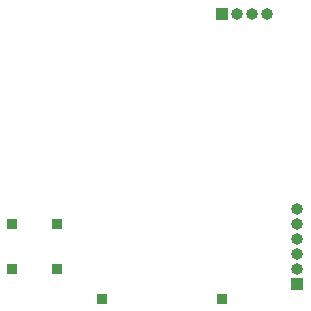
<source format=gbs>
%TF.GenerationSoftware,KiCad,Pcbnew,(5.1.12)-1*%
%TF.CreationDate,2022-02-08T18:48:32+00:00*%
%TF.ProjectId,Watch_PCB_V2,57617463-685f-4504-9342-5f56322e6b69,rev?*%
%TF.SameCoordinates,Original*%
%TF.FileFunction,Soldermask,Bot*%
%TF.FilePolarity,Negative*%
%FSLAX46Y46*%
G04 Gerber Fmt 4.6, Leading zero omitted, Abs format (unit mm)*
G04 Created by KiCad (PCBNEW (5.1.12)-1) date 2022-02-08 18:48:32*
%MOMM*%
%LPD*%
G01*
G04 APERTURE LIST*
%ADD10O,1.000000X1.000000*%
%ADD11R,1.000000X1.000000*%
%ADD12R,0.850000X0.850000*%
G04 APERTURE END LIST*
D10*
%TO.C,ICSP_PORT1*%
X217170000Y-83820000D03*
X217170000Y-85090000D03*
X217170000Y-86360000D03*
X217170000Y-87630000D03*
X217170000Y-88900000D03*
D11*
X217170000Y-90170000D03*
%TD*%
D10*
%TO.C,OLED*%
X214630000Y-67310000D03*
X213360000Y-67310000D03*
X212090000Y-67310000D03*
D11*
X210820000Y-67310000D03*
%TD*%
D12*
%TO.C,GND1*%
X210820000Y-91440000D03*
%TD*%
%TO.C,LB*%
X193040000Y-85090000D03*
%TD*%
%TO.C,LBI*%
X193040000Y-88900000D03*
%TD*%
%TO.C,RB*%
X196850000Y-85090000D03*
%TD*%
%TO.C,RBI*%
X196850000Y-88900000D03*
%TD*%
%TO.C,VDD1*%
X200660000Y-91440000D03*
%TD*%
M02*

</source>
